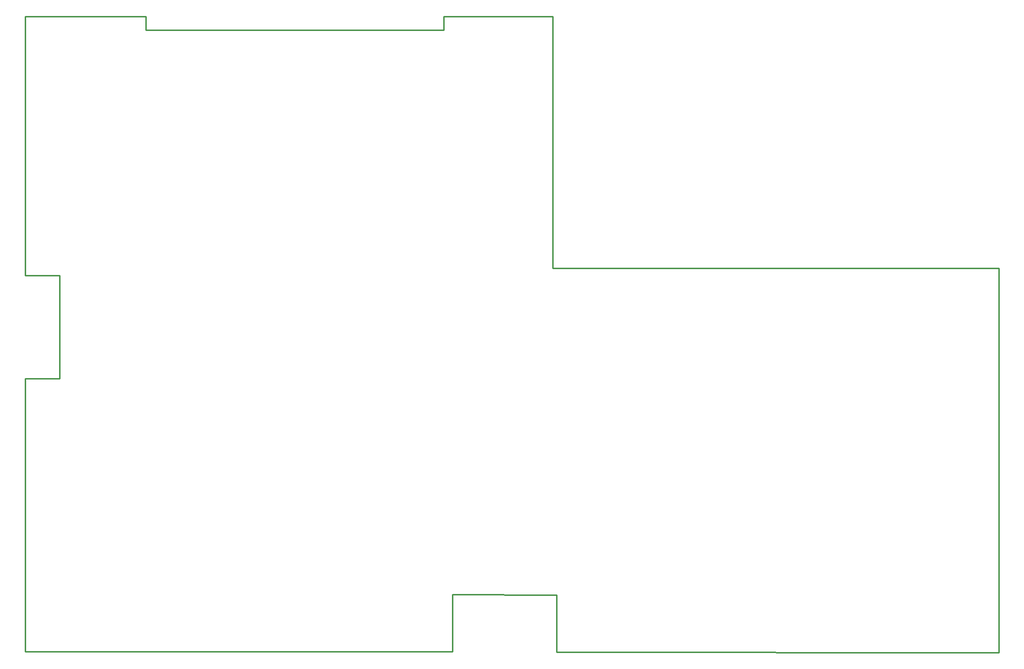
<source format=gbr>
G04 EAGLE Gerber RS-274X export*
G75*
%MOMM*%
%FSLAX34Y34*%
%LPD*%
%IN*%
%IPPOS*%
%AMOC8*
5,1,8,0,0,1.08239X$1,22.5*%
G01*
G04 Define Apertures*
%ADD10C,0.254000*%
D10*
X-101600Y708081D02*
X-41081Y708081D01*
X-41081Y527931D01*
X-101519Y527931D01*
X-101519Y50011D01*
X645300Y50011D01*
X645700Y150000D01*
X827746Y149600D01*
X827746Y49600D01*
X1600591Y49000D01*
X1600591Y721000D01*
X820600Y721000D01*
X820600Y1161000D01*
X630000Y1161000D01*
X630000Y1137750D01*
X109000Y1137750D01*
X109000Y1161184D01*
X-101600Y1161184D01*
X-101600Y708081D01*
M02*

</source>
